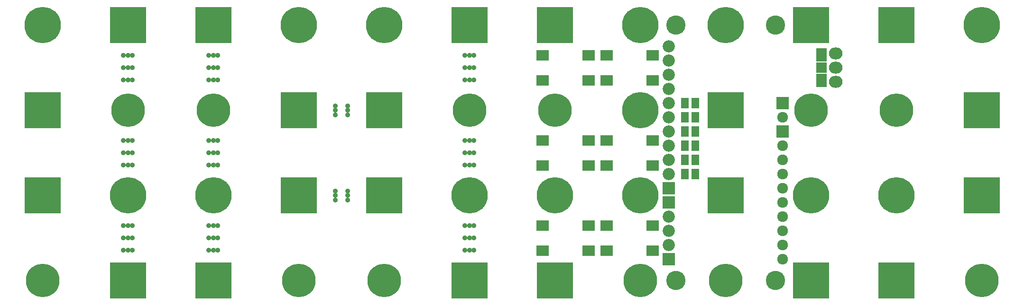
<source format=gts>
%TF.GenerationSoftware,KiCad,Pcbnew,4.0.6-e0-6349~53~ubuntu16.04.1*%
%TF.CreationDate,2017-04-10T16:16:32+05:30*%
%TF.ProjectId,ultim_bus,756C74696D5F6275732E6B696361645F,rev?*%
%TF.FileFunction,Soldermask,Top*%
%FSLAX46Y46*%
G04 Gerber Fmt 4.6, Leading zero omitted, Abs format (unit mm)*
G04 Created by KiCad (PCBNEW 4.0.6-e0-6349~53~ubuntu16.04.1) date Mon Apr 10 16:16:32 2017*
%MOMM*%
%LPD*%
G01*
G04 APERTURE LIST*
%ADD10C,0.101600*%
%ADD11C,0.900000*%
%ADD12C,6.496000*%
%ADD13R,6.496000X6.496000*%
%ADD14C,6.000000*%
%ADD15O,2.432000X2.127200*%
%ADD16R,1.924000X1.924000*%
%ADD17R,1.924000X2.432000*%
%ADD18C,2.178000*%
%ADD19R,2.178000X2.178000*%
%ADD20C,1.924000*%
%ADD21C,3.448000*%
%ADD22R,2.178000X1.924000*%
%ADD23R,1.400000X1.850000*%
G04 APERTURE END LIST*
D10*
D11*
X85260000Y-60960000D03*
X87460000Y-60960000D03*
X85260000Y-60160000D03*
X85260000Y-61760000D03*
X87460000Y-61760000D03*
X87460000Y-60160000D03*
D12*
X63500000Y-60960000D03*
X170180000Y-60960000D03*
X124460000Y-60960000D03*
X109220000Y-60960000D03*
X48260000Y-60960000D03*
X185420000Y-60960000D03*
D11*
X85260000Y-45720000D03*
X87460000Y-45720000D03*
X85260000Y-44920000D03*
X85260000Y-46520000D03*
X87460000Y-46520000D03*
X87460000Y-44920000D03*
D12*
X200660000Y-30480000D03*
X33020000Y-30480000D03*
X78740000Y-30480000D03*
X93980000Y-30480000D03*
X139700000Y-30480000D03*
X154940000Y-30480000D03*
D13*
X185420000Y-30480000D03*
X48260000Y-30480000D03*
X63500000Y-30480000D03*
X109220000Y-30480000D03*
X124460000Y-30480000D03*
X170180000Y-30480000D03*
X200660000Y-60960000D03*
X33020000Y-60960000D03*
X78740000Y-60960000D03*
X93980000Y-60960000D03*
D12*
X139700000Y-60960000D03*
D13*
X154940000Y-60960000D03*
D14*
X185420000Y-45720000D03*
D13*
X200660000Y-45720000D03*
X33020000Y-45720000D03*
D14*
X48260000Y-45720000D03*
X63500000Y-45720000D03*
D13*
X78740000Y-45720000D03*
X93980000Y-45720000D03*
D14*
X109220000Y-45720000D03*
X124460000Y-45720000D03*
D12*
X139700000Y-45720000D03*
D13*
X154940000Y-45720000D03*
D14*
X170180000Y-45720000D03*
D13*
X185420000Y-76200000D03*
D14*
X200660000Y-76200000D03*
X33020000Y-76200000D03*
D13*
X48260000Y-76200000D03*
X63500000Y-76200000D03*
D14*
X78740000Y-76200000D03*
X93980000Y-76200000D03*
D13*
X109220000Y-76200000D03*
X124460000Y-76200000D03*
D14*
X139700000Y-76200000D03*
X154940000Y-76200000D03*
D13*
X170180000Y-76200000D03*
D11*
X48260000Y-35900000D03*
X48260000Y-40300000D03*
X49060000Y-35900000D03*
X47460000Y-35900000D03*
X47460000Y-40300000D03*
X49060000Y-40300000D03*
X48260000Y-38100000D03*
X49060000Y-38100000D03*
X47460000Y-38100000D03*
X48260000Y-51140000D03*
X48260000Y-55540000D03*
X49060000Y-51140000D03*
X47460000Y-51140000D03*
X47460000Y-55540000D03*
X49060000Y-55540000D03*
X48260000Y-53340000D03*
X49060000Y-53340000D03*
X47460000Y-53340000D03*
X48260000Y-66380000D03*
X48260000Y-70780000D03*
X49060000Y-66380000D03*
X47460000Y-66380000D03*
X47460000Y-70780000D03*
X49060000Y-70780000D03*
X48260000Y-68580000D03*
X49060000Y-68580000D03*
X47460000Y-68580000D03*
D15*
X174625000Y-40640000D03*
X174625000Y-38100000D03*
X174625000Y-35560000D03*
D16*
X172085000Y-38100000D03*
D17*
X172085000Y-35814000D03*
X172085000Y-40386000D03*
D11*
X63500000Y-35900000D03*
X63500000Y-40300000D03*
X64300000Y-35900000D03*
X62700000Y-35900000D03*
X62700000Y-40300000D03*
X64300000Y-40300000D03*
X63500000Y-38100000D03*
X64300000Y-38100000D03*
X62700000Y-38100000D03*
X109220000Y-35900000D03*
X109220000Y-40300000D03*
X110020000Y-35900000D03*
X108420000Y-35900000D03*
X108420000Y-40300000D03*
X110020000Y-40300000D03*
X109220000Y-38100000D03*
X110020000Y-38100000D03*
X108420000Y-38100000D03*
X63500000Y-51140000D03*
X63500000Y-55540000D03*
X64300000Y-51140000D03*
X62700000Y-51140000D03*
X62700000Y-55540000D03*
X64300000Y-55540000D03*
X63500000Y-53340000D03*
X64300000Y-53340000D03*
X62700000Y-53340000D03*
X109220000Y-51140000D03*
X109220000Y-55540000D03*
X110020000Y-51140000D03*
X108420000Y-51140000D03*
X108420000Y-55540000D03*
X110020000Y-55540000D03*
X109220000Y-53340000D03*
X110020000Y-53340000D03*
X108420000Y-53340000D03*
X63500000Y-66380000D03*
X63500000Y-70780000D03*
X64300000Y-66380000D03*
X62700000Y-66380000D03*
X62700000Y-70780000D03*
X64300000Y-70780000D03*
X63500000Y-68580000D03*
X64300000Y-68580000D03*
X62700000Y-68580000D03*
X109220000Y-66380000D03*
X109220000Y-70780000D03*
X110020000Y-66380000D03*
X108420000Y-66380000D03*
X108420000Y-70780000D03*
X110020000Y-70780000D03*
X109220000Y-68580000D03*
X110020000Y-68580000D03*
X108420000Y-68580000D03*
D18*
X144780000Y-41910000D03*
D19*
X165100000Y-44450000D03*
X165100000Y-49530000D03*
X144780000Y-59690000D03*
X144780000Y-62230000D03*
D18*
X144780000Y-34290000D03*
X144780000Y-36830000D03*
X144780000Y-39370000D03*
X144780000Y-44450000D03*
X144780000Y-46990000D03*
X144780000Y-49530000D03*
X144780000Y-52070000D03*
X144780000Y-54610000D03*
X144780000Y-57150000D03*
X144780000Y-64770000D03*
X144780000Y-67310000D03*
X144780000Y-69850000D03*
D19*
X144780000Y-72390000D03*
D20*
X165100000Y-72390000D03*
X165100000Y-69850000D03*
X165100000Y-67310000D03*
X165100000Y-64770000D03*
X165100000Y-62230000D03*
X165100000Y-59690000D03*
X165100000Y-57150000D03*
X165100000Y-54610000D03*
X165100000Y-52070000D03*
X165100000Y-46990000D03*
D21*
X146050000Y-30480000D03*
X146050000Y-76200000D03*
X163830000Y-76200000D03*
X163830000Y-30480000D03*
D22*
X122275600Y-40360600D03*
X130454400Y-40360600D03*
X130454400Y-35839400D03*
X122275600Y-35839400D03*
X133705600Y-40360600D03*
X141884400Y-40360600D03*
X141884400Y-35839400D03*
X133705600Y-35839400D03*
X122275600Y-55600600D03*
X130454400Y-55600600D03*
X130454400Y-51079400D03*
X122275600Y-51079400D03*
X133705600Y-55600600D03*
X141884400Y-55600600D03*
X141884400Y-51079400D03*
X133705600Y-51079400D03*
X130454400Y-66319400D03*
X122275600Y-66319400D03*
X122275600Y-70840600D03*
X130454400Y-70840600D03*
X141884400Y-66319400D03*
X133705600Y-66319400D03*
X133705600Y-70840600D03*
X141884400Y-70840600D03*
D23*
X149540000Y-57150000D03*
X147640000Y-57150000D03*
X149540000Y-54610000D03*
X147640000Y-54610000D03*
X149540000Y-52070000D03*
X147640000Y-52070000D03*
X149540000Y-49530000D03*
X147640000Y-49530000D03*
X149540000Y-46990000D03*
X147640000Y-46990000D03*
X149540000Y-44450000D03*
X147640000Y-44450000D03*
M02*

</source>
